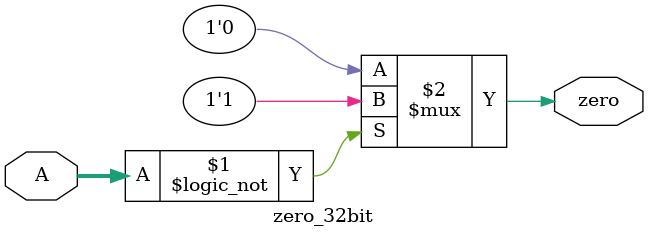
<source format=v>
`timescale 1ns / 1ps
module zero_32bit(
    input [31:0] A,
    output zero
    );
	 
	 assign zero = (A == 32'b0) ? 1'b1 : 1'b0;
	 
endmodule

</source>
